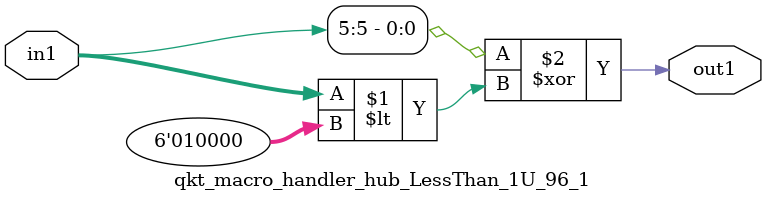
<source format=v>

`timescale 1ps / 1ps


module qkt_macro_handler_hub_LessThan_1U_96_1( in1, out1 );

    input [5:0] in1;
    output out1;

    
    // rtl_process:qkv_macro_handler_hub_LessThan_1U_11_1/qkv_macro_handler_hub_LessThan_1U_11_1_thread_1
    assign out1 = (in1[5] ^ in1 < 6'd16);

endmodule





</source>
